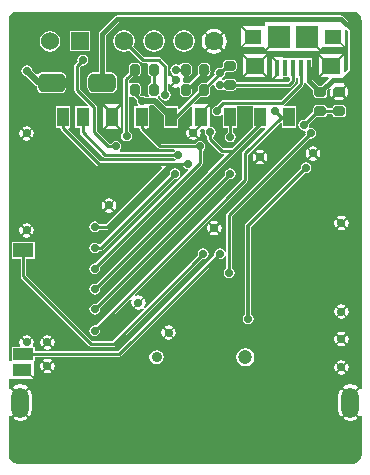
<source format=gtl>
G04 Layer_Physical_Order=1*
G04 Layer_Color=255*
%FSLAX44Y44*%
%MOMM*%
G71*
G01*
G75*
%ADD10R,1.0000X1.6000*%
%ADD11R,1.7500X1.2000*%
%ADD12R,1.7500X1.0000*%
%ADD13R,1.5500X1.0000*%
G04:AMPARAMS|DCode=14|XSize=0.95mm|YSize=0.8mm|CornerRadius=0.2mm|HoleSize=0mm|Usage=FLASHONLY|Rotation=90.000|XOffset=0mm|YOffset=0mm|HoleType=Round|Shape=RoundedRectangle|*
%AMROUNDEDRECTD14*
21,1,0.9500,0.4000,0,0,90.0*
21,1,0.5500,0.8000,0,0,90.0*
1,1,0.4000,0.2000,0.2750*
1,1,0.4000,0.2000,-0.2750*
1,1,0.4000,-0.2000,-0.2750*
1,1,0.4000,-0.2000,0.2750*
%
%ADD14ROUNDEDRECTD14*%
G04:AMPARAMS|DCode=15|XSize=0.95mm|YSize=0.8mm|CornerRadius=0.2mm|HoleSize=0mm|Usage=FLASHONLY|Rotation=0.000|XOffset=0mm|YOffset=0mm|HoleType=Round|Shape=RoundedRectangle|*
%AMROUNDEDRECTD15*
21,1,0.9500,0.4000,0,0,0.0*
21,1,0.5500,0.8000,0,0,0.0*
1,1,0.4000,0.2750,-0.2000*
1,1,0.4000,-0.2750,-0.2000*
1,1,0.4000,-0.2750,0.2000*
1,1,0.4000,0.2750,0.2000*
%
%ADD15ROUNDEDRECTD15*%
%ADD16R,1.6000X1.4000*%
%ADD17R,0.4000X1.4000*%
%ADD18R,1.4500X1.3000*%
%ADD19R,1.9000X1.9000*%
G04:AMPARAMS|DCode=20|XSize=2.3mm|YSize=1.55mm|CornerRadius=0.3875mm|HoleSize=0mm|Usage=FLASHONLY|Rotation=0.000|XOffset=0mm|YOffset=0mm|HoleType=Round|Shape=RoundedRectangle|*
%AMROUNDEDRECTD20*
21,1,2.3000,0.7750,0,0,0.0*
21,1,1.5250,1.5500,0,0,0.0*
1,1,0.7750,0.7625,-0.3875*
1,1,0.7750,-0.7625,-0.3875*
1,1,0.7750,-0.7625,0.3875*
1,1,0.7750,0.7625,0.3875*
%
%ADD20ROUNDEDRECTD20*%
%ADD21C,0.2500*%
%ADD22C,0.4000*%
%ADD23C,0.5000*%
%ADD24C,0.3000*%
%ADD25C,0.1800*%
%ADD26O,1.5000X2.6000*%
%ADD27R,1.5240X1.5240*%
%ADD28C,1.5240*%
%ADD29C,1.2000*%
%ADD30C,0.9000*%
%ADD31C,1.6000*%
%ADD32C,0.7000*%
G36*
X10000Y385043D02*
X293499D01*
X293500Y385043D01*
Y385043D01*
X294725Y384934D01*
X296438Y384593D01*
X298929Y382929D01*
X300593Y380438D01*
X300934Y378725D01*
X301043Y377500D01*
X301043D01*
X301043Y377500D01*
Y65575D01*
X299773Y65190D01*
X299248Y65975D01*
X292137Y58864D01*
X291500Y59500D01*
X290864Y58864D01*
X283752Y65976D01*
X282043Y63418D01*
X281264Y59500D01*
Y48500D01*
X282043Y44583D01*
X283752Y42025D01*
X290864Y49137D01*
X291500Y48500D01*
X292137Y49137D01*
X299248Y42025D01*
X299773Y42810D01*
X301043Y42425D01*
Y10000D01*
X301043Y10000D01*
X301043D01*
X300934Y8775D01*
X300593Y7062D01*
X298929Y4571D01*
X296438Y2907D01*
X293720Y2366D01*
X293500Y2457D01*
X10000D01*
X9780Y2366D01*
X7062Y2907D01*
X4571Y4571D01*
X2907Y7062D01*
X2366Y9780D01*
X2457Y10000D01*
Y42425D01*
X3727Y42810D01*
X4252Y42025D01*
X11364Y49137D01*
X12000Y48500D01*
X12636Y49137D01*
X19748Y42025D01*
X21458Y44583D01*
X22237Y48500D01*
Y59500D01*
X21458Y63418D01*
X19748Y65975D01*
X12636Y58864D01*
X12000Y59500D01*
X11364Y58864D01*
X4252Y65976D01*
X3727Y65190D01*
X2457Y65575D01*
Y73815D01*
X3460Y74460D01*
X3727Y74460D01*
X22767D01*
X15864Y81364D01*
X17136Y82636D01*
X24040Y75733D01*
Y89000D01*
X24500D01*
Y92564D01*
X96000D01*
X97722Y93278D01*
X180046Y175602D01*
X181000Y175412D01*
X182756Y175761D01*
X184244Y176756D01*
X185239Y178244D01*
X185295Y178524D01*
X186565Y178399D01*
Y167785D01*
X185756Y167244D01*
X184761Y165756D01*
X184412Y164000D01*
X184761Y162244D01*
X185756Y160756D01*
X187244Y159761D01*
X189000Y159412D01*
X190756Y159761D01*
X192244Y160756D01*
X193239Y162244D01*
X193588Y164000D01*
X193239Y165756D01*
X192244Y167244D01*
X191435Y167785D01*
Y211991D01*
X257046Y277602D01*
X258000Y277412D01*
X259756Y277761D01*
X261244Y278756D01*
X262239Y280244D01*
X262588Y282000D01*
X262239Y283756D01*
X261244Y285244D01*
X259756Y286239D01*
X258000Y286588D01*
X257225Y286434D01*
X256868Y286727D01*
X256298Y287544D01*
X256588Y288999D01*
X256398Y289954D01*
X262529Y296085D01*
X263250Y295941D01*
X268750D01*
X269921Y296174D01*
X270913Y296837D01*
X271576Y297830D01*
X271722Y298565D01*
X276278D01*
X276424Y297829D01*
X277087Y296837D01*
X278079Y296174D01*
X279250Y295941D01*
X284750D01*
X285921Y296174D01*
X286913Y296837D01*
X287576Y297829D01*
X287809Y299000D01*
Y303000D01*
X287576Y304170D01*
X286913Y305163D01*
X285921Y305826D01*
X284750Y306059D01*
X279250D01*
X278079Y305826D01*
X277087Y305163D01*
X276424Y304170D01*
X276278Y303435D01*
X271722D01*
X271576Y304171D01*
X270913Y305163D01*
X269921Y305826D01*
X268750Y306059D01*
X263250D01*
X262080Y305826D01*
X261087Y305163D01*
X260424Y304171D01*
X260191Y303000D01*
Y300635D01*
X252954Y293398D01*
X251999Y293588D01*
X250244Y293238D01*
X248755Y292244D01*
X247761Y290755D01*
X247411Y288999D01*
X247761Y287244D01*
X248755Y285755D01*
X250244Y284760D01*
X251999Y284411D01*
X252775Y284565D01*
X253131Y284273D01*
X253701Y283455D01*
X253412Y282000D01*
X253602Y281046D01*
X187278Y214722D01*
X186565Y213000D01*
Y181601D01*
X185295Y181476D01*
X185239Y181756D01*
X184244Y183244D01*
X182756Y184239D01*
X181000Y184588D01*
X179244Y184239D01*
X177756Y183244D01*
X176761Y181756D01*
X176412Y180000D01*
X176602Y179046D01*
X94991Y97435D01*
X24500D01*
Y101000D01*
X23438D01*
X22840Y102120D01*
X23189Y102643D01*
X23658Y105000D01*
X23189Y107357D01*
X22364Y108592D01*
X18136Y104364D01*
X17500Y105000D01*
X16864Y104364D01*
X12636Y108592D01*
X11810Y107357D01*
X11342Y105000D01*
X11810Y102643D01*
X12160Y102120D01*
X11561Y101000D01*
X5000D01*
Y89540D01*
X3727D01*
X3460Y89540D01*
X2457Y90185D01*
Y377500D01*
X2366Y377720D01*
X2907Y380438D01*
X4571Y382929D01*
X7062Y384593D01*
X9781Y385134D01*
X10000Y385043D01*
D02*
G37*
%LPC*%
G36*
X283500Y382059D02*
X283500Y382059D01*
X94000D01*
X94000Y382059D01*
X92830Y381826D01*
X91837Y381163D01*
X91837Y381163D01*
X79337Y368663D01*
X78674Y367671D01*
X78441Y366500D01*
X78441Y366500D01*
Y333846D01*
X73875D01*
X71973Y333467D01*
X70360Y332390D01*
X69283Y330777D01*
X68904Y328875D01*
Y321125D01*
X69283Y319223D01*
X70360Y317610D01*
X71973Y316533D01*
X73875Y316155D01*
X89125D01*
X91027Y316533D01*
X92640Y317610D01*
X93717Y319223D01*
X94095Y321125D01*
Y328875D01*
X93717Y330777D01*
X92640Y332390D01*
X91027Y333467D01*
X89125Y333846D01*
X84559D01*
Y365233D01*
X95267Y375941D01*
X218960D01*
Y374136D01*
X218540Y373040D01*
X217690Y373040D01*
X200233D01*
X208636Y364636D01*
X208000Y364000D01*
X208636Y363363D01*
X200233Y354960D01*
X217690D01*
X218540Y354960D01*
X218960Y353864D01*
Y353233D01*
X230364Y364636D01*
X231636Y363363D01*
X220233Y351960D01*
X265767D01*
X254364Y363363D01*
X255637Y364636D01*
X267040Y353233D01*
Y353864D01*
X267460Y354960D01*
X285767D01*
X277363Y363363D01*
X278636Y364636D01*
X287040Y356233D01*
Y369475D01*
X288213Y369961D01*
X289441Y368733D01*
Y336267D01*
X286963Y333789D01*
X285790Y334275D01*
Y347767D01*
X276886Y338864D01*
X275613Y340136D01*
X284517Y349040D01*
X265982D01*
X274886Y340136D01*
X274250Y339500D01*
X274886Y338864D01*
X265982Y329960D01*
X272838D01*
X273364Y328690D01*
X266733Y322059D01*
X265267D01*
X259309Y328017D01*
Y337500D01*
X259250Y337795D01*
Y345500D01*
X254020D01*
X253250Y345500D01*
X251980Y345500D01*
X247270D01*
X246000Y345500D01*
X245480Y345500D01*
X240520D01*
X239250Y345500D01*
X238730Y345500D01*
X234290D01*
Y347040D01*
X226483D01*
X230386Y343136D01*
X229113Y341864D01*
X225210Y345767D01*
Y329233D01*
X229113Y333136D01*
X230386Y331864D01*
X226483Y327960D01*
X234290D01*
Y329500D01*
X239667Y329500D01*
X240565Y328602D01*
Y327009D01*
X238991Y325435D01*
X195272D01*
X195076Y326421D01*
X194413Y327413D01*
X193420Y328076D01*
X192250Y328309D01*
X186750D01*
X185579Y328076D01*
X184587Y327413D01*
X184440Y327193D01*
X183294Y326965D01*
X182574Y327430D01*
X182756Y328760D01*
X184244Y329755D01*
X185238Y331244D01*
X185588Y332999D01*
X185544Y333218D01*
X186556Y334230D01*
X186750Y334191D01*
X192250D01*
X193420Y334424D01*
X194413Y335087D01*
X195076Y336080D01*
X195309Y337250D01*
Y341250D01*
X195076Y342421D01*
X194413Y343413D01*
X193420Y344076D01*
X192250Y344309D01*
X186750D01*
X185579Y344076D01*
X184587Y343413D01*
X183924Y342421D01*
X183691Y341250D01*
Y338961D01*
X182099Y337369D01*
X181000Y337588D01*
X179244Y337238D01*
X177755Y336244D01*
X176761Y334755D01*
X176411Y332999D01*
X176630Y331900D01*
X169539Y324809D01*
X166000D01*
X164829Y324576D01*
X163837Y323913D01*
X163174Y322920D01*
X162941Y321750D01*
Y318385D01*
X146923Y302367D01*
X145750Y302853D01*
Y305000D01*
X135797D01*
X129023Y311773D01*
X128616Y312046D01*
X128604Y313337D01*
X129333Y313858D01*
X130601Y313460D01*
X130761Y312656D01*
X131756Y311168D01*
X133244Y310173D01*
X135000Y309824D01*
X136756Y310173D01*
X138244Y311168D01*
X139239Y312656D01*
X139588Y314412D01*
X139239Y316168D01*
X138244Y317656D01*
X137435Y318197D01*
Y323667D01*
X138705Y324052D01*
X139136Y323408D01*
X142727Y327000D01*
X139136Y330592D01*
X138705Y329948D01*
X137435Y330333D01*
Y338175D01*
X136722Y339897D01*
X130897Y345722D01*
X129174Y346436D01*
X117009D01*
X107868Y355576D01*
X108478Y356488D01*
X109177Y360000D01*
X108478Y363512D01*
X106489Y366489D01*
X103512Y368478D01*
X100000Y369176D01*
X96489Y368478D01*
X93511Y366489D01*
X91522Y363512D01*
X90824Y360000D01*
X91522Y356488D01*
X93511Y353511D01*
X96489Y351522D01*
X100000Y350824D01*
X103512Y351522D01*
X104424Y352132D01*
X114278Y342278D01*
X116000Y341565D01*
X119745D01*
X120424Y340295D01*
X120174Y339921D01*
X119941Y338750D01*
Y333250D01*
X120174Y332080D01*
X120837Y331087D01*
X121829Y330424D01*
X122564Y330278D01*
Y324722D01*
X121830Y324576D01*
X120837Y323913D01*
X120174Y322921D01*
X119941Y321750D01*
Y316250D01*
X120174Y315079D01*
X120837Y314087D01*
X120450Y312819D01*
X118259D01*
X117256Y313489D01*
X115500Y313838D01*
X114546Y313648D01*
X113541Y314653D01*
X113826Y315079D01*
X114059Y316250D01*
Y321750D01*
X113826Y322921D01*
X113163Y323913D01*
X112171Y324576D01*
X111000Y324809D01*
X107000D01*
X105830Y324576D01*
X105456Y324326D01*
X104185Y325005D01*
Y326742D01*
X107635Y330191D01*
X111000D01*
X112170Y330424D01*
X113163Y331087D01*
X113826Y332080D01*
X114059Y333250D01*
Y338750D01*
X113826Y339921D01*
X113163Y340913D01*
X112170Y341576D01*
X111000Y341809D01*
X107000D01*
X105829Y341576D01*
X104837Y340913D01*
X104174Y339921D01*
X103941Y338750D01*
Y333386D01*
X100028Y329473D01*
X99315Y327751D01*
Y283618D01*
X98756Y283244D01*
X97761Y281756D01*
X97412Y280000D01*
X97761Y278244D01*
X98756Y276756D01*
X100244Y275761D01*
X102000Y275412D01*
X103756Y275761D01*
X105244Y276756D01*
X106239Y278244D01*
X106588Y280000D01*
X106239Y281756D01*
X105244Y283244D01*
X104185Y283952D01*
Y312995D01*
X105456Y313674D01*
X105830Y313424D01*
X107000Y313191D01*
X108115D01*
X111102Y310204D01*
X110912Y309250D01*
X111261Y307494D01*
X112079Y306270D01*
X111762Y305334D01*
X111516Y305000D01*
X108750D01*
Y287000D01*
X112315D01*
Y286250D01*
X113028Y284528D01*
X128279Y269277D01*
X130001Y268564D01*
X130002Y268565D01*
X142317D01*
X142736Y267415D01*
X142019Y266435D01*
X96553D01*
X96168Y267705D01*
X96244Y267756D01*
X97239Y269244D01*
X97588Y271000D01*
X97239Y272756D01*
X96244Y274244D01*
X94756Y275239D01*
X93000Y275588D01*
X91244Y275239D01*
X89756Y274244D01*
X89215Y273435D01*
X87759D01*
X76871Y284323D01*
Y304565D01*
X76157Y306287D01*
X62435Y320009D01*
Y337991D01*
X64046Y339602D01*
X65000Y339412D01*
X66756Y339761D01*
X68244Y340756D01*
X69239Y342244D01*
X69588Y344000D01*
X69239Y345756D01*
X68244Y347244D01*
X66756Y348239D01*
X65000Y348588D01*
X63244Y348239D01*
X61756Y347244D01*
X60761Y345756D01*
X60412Y344000D01*
X60602Y343046D01*
X58278Y340722D01*
X57565Y339000D01*
Y319000D01*
X58278Y317278D01*
X69383Y306173D01*
X68896Y305000D01*
X58750D01*
Y287000D01*
X62314D01*
Y283250D01*
X63028Y281528D01*
X82278Y262277D01*
X84001Y261564D01*
X142215D01*
X142755Y260755D01*
X143578Y260205D01*
X143193Y258935D01*
X79509D01*
X52617Y285827D01*
X53103Y287000D01*
X54250D01*
Y305000D01*
X42250D01*
Y287000D01*
X45815D01*
Y286750D01*
X46528Y285028D01*
X76778Y254778D01*
X78500Y254065D01*
X131461D01*
X131947Y252891D01*
X84491Y205435D01*
X78785D01*
X78244Y206244D01*
X76756Y207239D01*
X75000Y207588D01*
X73244Y207239D01*
X71756Y206244D01*
X70761Y204756D01*
X70412Y203000D01*
X70761Y201244D01*
X71756Y199756D01*
X73244Y198761D01*
X75000Y198412D01*
X76756Y198761D01*
X78244Y199756D01*
X78785Y200565D01*
X85500D01*
X87222Y201278D01*
X140009Y254065D01*
X150215D01*
X150756Y253256D01*
X152244Y252261D01*
X153764Y251959D01*
X154143Y251260D01*
X154273Y250671D01*
X75576Y171974D01*
X75000Y172088D01*
X73244Y171739D01*
X71756Y170744D01*
X70761Y169256D01*
X70412Y167500D01*
X70761Y165744D01*
X71756Y164256D01*
X73244Y163261D01*
X75000Y162912D01*
X76756Y163261D01*
X78244Y164256D01*
X79239Y165744D01*
X79588Y167500D01*
X79323Y168833D01*
X165722Y255232D01*
X166435Y256954D01*
Y267215D01*
X167244Y267756D01*
X168239Y269244D01*
X168588Y271000D01*
X168239Y272756D01*
X167244Y274244D01*
X165756Y275239D01*
X164000Y275588D01*
X162244Y275239D01*
X160756Y274244D01*
X160215Y273435D01*
X131009D01*
X118617Y285827D01*
X119103Y287000D01*
X120750D01*
Y305000D01*
X121738Y305681D01*
X125022D01*
X133750Y296953D01*
Y287000D01*
X145750D01*
Y294306D01*
X156037Y304593D01*
X157210Y304107D01*
Y288438D01*
X156189Y288235D01*
X154954Y287410D01*
X159182Y283182D01*
X163410Y278954D01*
X164235Y280189D01*
X164704Y282546D01*
X164377Y284190D01*
X165247Y285422D01*
X165320Y285460D01*
X167821D01*
X168649Y284190D01*
X168412Y283000D01*
X168761Y281244D01*
X169756Y279756D01*
X170565Y279215D01*
Y277000D01*
X171278Y275278D01*
X181278Y265278D01*
X183000Y264565D01*
X184461D01*
X184947Y263391D01*
X171279Y249723D01*
X171278Y249722D01*
X75954Y154398D01*
X75000Y154588D01*
X73244Y154239D01*
X71755Y153244D01*
X70761Y151756D01*
X70412Y150000D01*
X70761Y148244D01*
X71755Y146756D01*
X73244Y145761D01*
X75000Y145412D01*
X76756Y145761D01*
X78244Y146756D01*
X79239Y148244D01*
X79588Y150000D01*
X79398Y150955D01*
X174722Y246278D01*
X174722Y246278D01*
X193722Y265278D01*
X215444Y287000D01*
X219260D01*
X219786Y285730D01*
X200778Y266722D01*
X200065Y265000D01*
Y243509D01*
X75954Y119398D01*
X75000Y119588D01*
X73244Y119239D01*
X71755Y118244D01*
X70761Y116756D01*
X70412Y115000D01*
X70761Y113244D01*
X71755Y111756D01*
X73244Y110761D01*
X75000Y110412D01*
X76756Y110761D01*
X78244Y111756D01*
X79239Y113244D01*
X79588Y115000D01*
X79398Y115954D01*
X105297Y141853D01*
X106311Y141084D01*
X105842Y138727D01*
X106311Y136370D01*
X107136Y135136D01*
X111364Y139364D01*
X115592Y143592D01*
X114357Y144417D01*
X112000Y144886D01*
X109643Y144417D01*
X108875Y145431D01*
X204222Y240778D01*
X204935Y242500D01*
Y263991D01*
X232577Y291633D01*
X233750Y291147D01*
Y287000D01*
X245750D01*
Y305000D01*
X236104D01*
X236020Y305136D01*
X235714Y306270D01*
X251472Y322028D01*
X252185Y323750D01*
Y325288D01*
X253360Y325553D01*
X253455Y325533D01*
X254087Y324587D01*
X260191Y318483D01*
Y315000D01*
X260424Y313830D01*
X261087Y312837D01*
X262080Y312174D01*
X263250Y311941D01*
X268750D01*
X269921Y312174D01*
X270913Y312837D01*
X271576Y313830D01*
X271809Y315000D01*
Y318483D01*
X273575Y320249D01*
X274745Y319623D01*
X274621Y319000D01*
Y315000D01*
X274973Y313228D01*
X275467Y312490D01*
X280613Y317636D01*
X281886Y316364D01*
X276740Y311217D01*
X277479Y310723D01*
X279250Y310371D01*
X284750D01*
X286521Y310723D01*
X287260Y311217D01*
X282113Y316364D01*
X282750Y317000D01*
X282113Y317636D01*
X287260Y322783D01*
X286521Y323276D01*
X286088Y323363D01*
Y324658D01*
X286171Y324674D01*
X287163Y325337D01*
X294663Y332837D01*
X294663Y332837D01*
X295326Y333829D01*
X295559Y335000D01*
Y370000D01*
X295559Y370000D01*
X295326Y371171D01*
X294663Y372163D01*
X294663Y372163D01*
X285663Y381163D01*
X284671Y381826D01*
X283500Y382059D01*
D02*
G37*
G36*
X176200Y370631D02*
X173449Y370269D01*
X170885Y369207D01*
X169403Y368070D01*
X176200Y361273D01*
X182997Y368070D01*
X181516Y369207D01*
X178952Y370269D01*
X176200Y370631D01*
D02*
G37*
G36*
X198960Y371767D02*
Y356233D01*
X206727Y364000D01*
X198960Y371767D01*
D02*
G37*
G36*
X184270Y366797D02*
X177473Y360000D01*
X184270Y353203D01*
X185407Y354685D01*
X186469Y357249D01*
X186831Y360000D01*
X186469Y362752D01*
X185407Y365316D01*
X184270Y366797D01*
D02*
G37*
G36*
X168130D02*
X166994Y365316D01*
X165931Y362752D01*
X165569Y360000D01*
X165931Y357249D01*
X166994Y354685D01*
X168130Y353203D01*
X174927Y360000D01*
X168130Y366797D01*
D02*
G37*
G36*
X71320Y368620D02*
X54080D01*
Y351380D01*
X71320D01*
Y368620D01*
D02*
G37*
G36*
X37300Y368789D02*
X33937Y368120D01*
X31086Y366215D01*
X29180Y363363D01*
X28511Y360000D01*
X29180Y356637D01*
X31086Y353785D01*
X33937Y351880D01*
X37300Y351211D01*
X40663Y351880D01*
X43515Y353785D01*
X45420Y356637D01*
X46089Y360000D01*
X45420Y363363D01*
X43515Y366215D01*
X40663Y368120D01*
X37300Y368789D01*
D02*
G37*
G36*
X150800Y369176D02*
X147289Y368478D01*
X144312Y366489D01*
X142322Y363512D01*
X141624Y360000D01*
X142322Y356488D01*
X144312Y353511D01*
X147289Y351522D01*
X150800Y350824D01*
X154312Y351522D01*
X157289Y353511D01*
X159278Y356488D01*
X159977Y360000D01*
X159278Y363512D01*
X157289Y366489D01*
X154312Y368478D01*
X150800Y369176D01*
D02*
G37*
G36*
X125400D02*
X121889Y368478D01*
X118912Y366489D01*
X116922Y363512D01*
X116224Y360000D01*
X116922Y356488D01*
X118912Y353511D01*
X121889Y351522D01*
X125400Y350824D01*
X128912Y351522D01*
X131889Y353511D01*
X133878Y356488D01*
X134577Y360000D01*
X133878Y363512D01*
X131889Y366489D01*
X128912Y368478D01*
X125400Y369176D01*
D02*
G37*
G36*
X176200Y358727D02*
X169403Y351930D01*
X170885Y350793D01*
X173449Y349731D01*
X176200Y349369D01*
X178952Y349731D01*
X181516Y350793D01*
X182997Y351930D01*
X176200Y358727D01*
D02*
G37*
G36*
X264710Y347767D02*
Y331233D01*
X272977Y339500D01*
X264710Y347767D01*
D02*
G37*
G36*
X200210Y347767D02*
Y331233D01*
X208477Y339500D01*
X200210Y347767D01*
D02*
G37*
G36*
X221290Y347767D02*
X213023Y339500D01*
X221290Y331233D01*
Y347767D01*
D02*
G37*
G36*
X220017Y349040D02*
X201483D01*
X210387Y340136D01*
X209750Y339500D01*
X210387Y338864D01*
X201483Y329960D01*
X220017D01*
X211114Y338864D01*
X211750Y339500D01*
X211114Y340136D01*
X220017Y349040D01*
D02*
G37*
G36*
X170000Y341809D02*
X166000D01*
X164829Y341576D01*
X163837Y340913D01*
X163174Y339921D01*
X162941Y338750D01*
Y333250D01*
X163113Y332383D01*
X155252Y324521D01*
X155170Y324576D01*
X154000Y324809D01*
X151017D01*
X149973Y326068D01*
X150158Y327000D01*
X149770Y328950D01*
X149795Y329080D01*
X150383Y329953D01*
X150659Y330191D01*
X154000D01*
X155170Y330424D01*
X156163Y331087D01*
X156826Y332080D01*
X157059Y333250D01*
Y338750D01*
X156826Y339921D01*
X156163Y340913D01*
X155170Y341576D01*
X154000Y341809D01*
X150000D01*
X148829Y341576D01*
X147837Y340913D01*
X147512Y340426D01*
X146122Y339971D01*
X145891Y339981D01*
X145506Y340239D01*
X143750Y340588D01*
X141994Y340239D01*
X140506Y339244D01*
X139511Y337756D01*
X139162Y336000D01*
X139511Y334244D01*
X140182Y333240D01*
X140106Y332167D01*
X144636Y327636D01*
X144000Y327000D01*
X144636Y326364D01*
X140408Y322136D01*
X141643Y321311D01*
X144000Y320842D01*
X145671Y321174D01*
X146941Y320290D01*
Y316250D01*
X147174Y315079D01*
X147837Y314087D01*
X148829Y313424D01*
X150000Y313191D01*
X154000D01*
X155170Y313424D01*
X156163Y314087D01*
X156826Y315079D01*
X157059Y316250D01*
Y319440D01*
X167810Y330191D01*
X170000D01*
X171170Y330424D01*
X172163Y331087D01*
X172826Y332080D01*
X173059Y333250D01*
Y334091D01*
X173435Y335000D01*
X173059Y335909D01*
Y338750D01*
X172826Y339921D01*
X172163Y340913D01*
X171170Y341576D01*
X170000Y341809D01*
D02*
G37*
G36*
X17500Y339588D02*
X15744Y339239D01*
X14256Y338244D01*
X13261Y336756D01*
X12912Y335000D01*
X13261Y333244D01*
X14256Y331756D01*
X15744Y330761D01*
X16928Y330526D01*
X24977Y322477D01*
X25905Y321856D01*
Y321125D01*
X26283Y319223D01*
X27361Y317610D01*
X28973Y316533D01*
X30875Y316155D01*
X46125D01*
X48027Y316533D01*
X49640Y317610D01*
X50717Y319223D01*
X51096Y321125D01*
Y328875D01*
X50717Y330777D01*
X49640Y332390D01*
X48027Y333467D01*
X46125Y333846D01*
X30875D01*
X28973Y333467D01*
X27361Y332390D01*
X27034Y331901D01*
X25770Y331777D01*
X21974Y335572D01*
X21739Y336756D01*
X20744Y338244D01*
X19256Y339239D01*
X17500Y339588D01*
D02*
G37*
G36*
X288533Y321510D02*
X284023Y317000D01*
X288533Y312490D01*
X289027Y313228D01*
X289379Y315000D01*
Y319000D01*
X289027Y320771D01*
X288533Y321510D01*
D02*
G37*
G36*
X96017Y306540D02*
X83483D01*
X89750Y300273D01*
X96017Y306540D01*
D02*
G37*
G36*
X82210Y305267D02*
Y286733D01*
X89114Y293636D01*
X89750Y293000D01*
X90386Y293636D01*
X97290Y286733D01*
Y305267D01*
X90386Y298364D01*
X89750Y299000D01*
X89114Y298364D01*
X82210Y305267D01*
D02*
G37*
G36*
X89750Y291727D02*
X83483Y285460D01*
X96017D01*
X89750Y291727D01*
D02*
G37*
G36*
X17500Y288158D02*
X15143Y287689D01*
X13908Y286864D01*
X17500Y283273D01*
X21092Y286864D01*
X19857Y287689D01*
X17500Y288158D01*
D02*
G37*
G36*
X153681Y286137D02*
X152856Y284902D01*
X152387Y282546D01*
X152856Y280189D01*
X153681Y278954D01*
X157273Y282546D01*
X153681Y286137D01*
D02*
G37*
G36*
X22364Y285592D02*
X18773Y282000D01*
X22364Y278408D01*
X23189Y279643D01*
X23658Y282000D01*
X23189Y284357D01*
X22364Y285592D01*
D02*
G37*
G36*
X12636Y285592D02*
X11810Y284357D01*
X11342Y282000D01*
X11810Y279643D01*
X12636Y278408D01*
X16227Y282000D01*
X12636Y285592D01*
D02*
G37*
G36*
X158546Y281273D02*
X154954Y277681D01*
X156189Y276856D01*
X158546Y276387D01*
X160902Y276856D01*
X162137Y277681D01*
X158546Y281273D01*
D02*
G37*
G36*
X17500Y280727D02*
X13908Y277136D01*
X15143Y276310D01*
X17500Y275842D01*
X19857Y276310D01*
X21092Y277136D01*
X17500Y280727D01*
D02*
G37*
G36*
X260000Y271158D02*
X257643Y270690D01*
X256408Y269864D01*
X260000Y266273D01*
X263592Y269864D01*
X262357Y270690D01*
X260000Y271158D01*
D02*
G37*
G36*
X215000Y268158D02*
X212643Y267690D01*
X211408Y266864D01*
X215000Y263273D01*
X218592Y266864D01*
X217357Y267690D01*
X215000Y268158D01*
D02*
G37*
G36*
X264864Y268592D02*
X261273Y265000D01*
X264864Y261408D01*
X265690Y262643D01*
X266158Y265000D01*
X265690Y267357D01*
X264864Y268592D01*
D02*
G37*
G36*
X255136Y268592D02*
X254310Y267357D01*
X253842Y265000D01*
X254310Y262643D01*
X255136Y261408D01*
X258727Y265000D01*
X255136Y268592D01*
D02*
G37*
G36*
X260000Y263727D02*
X256408Y260136D01*
X257643Y259310D01*
X260000Y258842D01*
X262357Y259310D01*
X263592Y260136D01*
X260000Y263727D01*
D02*
G37*
G36*
X219864Y265592D02*
X216273Y262000D01*
X219864Y258408D01*
X220690Y259643D01*
X221158Y262000D01*
X220690Y264357D01*
X219864Y265592D01*
D02*
G37*
G36*
X210136Y265592D02*
X209310Y264357D01*
X208842Y262000D01*
X209310Y259643D01*
X210136Y258408D01*
X213727Y262000D01*
X210136Y265592D01*
D02*
G37*
G36*
X215000Y260727D02*
X211408Y257136D01*
X212643Y256311D01*
X215000Y255842D01*
X217357Y256311D01*
X218592Y257136D01*
X215000Y260727D01*
D02*
G37*
G36*
X254000Y257599D02*
X252244Y257250D01*
X250756Y256255D01*
X249761Y254767D01*
X249412Y253011D01*
X249575Y252191D01*
X203198Y205813D01*
X202645Y204986D01*
X202451Y204011D01*
Y128709D01*
X201756Y128244D01*
X200761Y126756D01*
X200412Y125000D01*
X200761Y123244D01*
X201756Y121756D01*
X203244Y120761D01*
X205000Y120412D01*
X206756Y120761D01*
X208244Y121756D01*
X209239Y123244D01*
X209588Y125000D01*
X209239Y126756D01*
X208244Y128244D01*
X207549Y128709D01*
Y202955D01*
X253180Y248586D01*
X254000Y248423D01*
X255756Y248772D01*
X257244Y249767D01*
X258239Y251255D01*
X258588Y253011D01*
X258239Y254767D01*
X257244Y256255D01*
X255756Y257250D01*
X254000Y257599D01*
D02*
G37*
G36*
X143000Y252588D02*
X141244Y252239D01*
X139756Y251244D01*
X138761Y249756D01*
X138412Y248000D01*
X138602Y247046D01*
X79783Y188227D01*
X78244Y188244D01*
X76756Y189239D01*
X75000Y189588D01*
X73244Y189239D01*
X71755Y188244D01*
X70761Y186756D01*
X70412Y185000D01*
X70761Y183244D01*
X71755Y181756D01*
X73244Y180761D01*
X75000Y180412D01*
X76756Y180761D01*
X78244Y181756D01*
X78785Y182565D01*
X80000D01*
X81722Y183278D01*
X142046Y243602D01*
X143000Y243412D01*
X144756Y243761D01*
X146244Y244756D01*
X147239Y246244D01*
X147588Y248000D01*
X147239Y249756D01*
X146244Y251244D01*
X144756Y252239D01*
X143000Y252588D01*
D02*
G37*
G36*
X190000Y252588D02*
X188244Y252239D01*
X186756Y251244D01*
X185761Y249756D01*
X185412Y248000D01*
X185602Y247046D01*
X75954Y137398D01*
X75000Y137588D01*
X73244Y137239D01*
X71756Y136244D01*
X70761Y134756D01*
X70412Y133000D01*
X70761Y131244D01*
X71756Y129756D01*
X73244Y128761D01*
X75000Y128412D01*
X76756Y128761D01*
X78244Y129756D01*
X79239Y131244D01*
X79588Y133000D01*
X79398Y133954D01*
X189046Y243602D01*
X190000Y243412D01*
X191756Y243761D01*
X193244Y244756D01*
X194239Y246244D01*
X194588Y248000D01*
X194239Y249756D01*
X193244Y251244D01*
X191756Y252239D01*
X190000Y252588D01*
D02*
G37*
G36*
X87000Y227158D02*
X84643Y226689D01*
X83408Y225864D01*
X87000Y222273D01*
X90592Y225864D01*
X89357Y226689D01*
X87000Y227158D01*
D02*
G37*
G36*
X91864Y224592D02*
X88273Y221000D01*
X91864Y217408D01*
X92690Y218643D01*
X93158Y221000D01*
X92690Y223357D01*
X91864Y224592D01*
D02*
G37*
G36*
X82136Y224592D02*
X81311Y223357D01*
X80842Y221000D01*
X81311Y218643D01*
X82136Y217408D01*
X85727Y221000D01*
X82136Y224592D01*
D02*
G37*
G36*
X87000Y219727D02*
X83408Y216136D01*
X84643Y215310D01*
X87000Y214842D01*
X89357Y215310D01*
X90592Y216136D01*
X87000Y219727D01*
D02*
G37*
G36*
X284000Y212158D02*
X281643Y211689D01*
X280408Y210864D01*
X284000Y207273D01*
X287592Y210864D01*
X286357Y211689D01*
X284000Y212158D01*
D02*
G37*
G36*
X176273Y208158D02*
X173916Y207690D01*
X172681Y206864D01*
X176273Y203273D01*
X179864Y206864D01*
X178629Y207690D01*
X176273Y208158D01*
D02*
G37*
G36*
X288864Y209592D02*
X285273Y206000D01*
X288864Y202408D01*
X289690Y203643D01*
X290158Y206000D01*
X289690Y208357D01*
X288864Y209592D01*
D02*
G37*
G36*
X279136Y209592D02*
X278310Y208357D01*
X277842Y206000D01*
X278310Y203643D01*
X279136Y202408D01*
X282727Y206000D01*
X279136Y209592D01*
D02*
G37*
G36*
X17500Y206158D02*
X15143Y205690D01*
X13908Y204864D01*
X17500Y201273D01*
X21092Y204864D01*
X19857Y205690D01*
X17500Y206158D01*
D02*
G37*
G36*
X284000Y204727D02*
X280408Y201136D01*
X281643Y200310D01*
X284000Y199842D01*
X286357Y200310D01*
X287592Y201136D01*
X284000Y204727D01*
D02*
G37*
G36*
X181137Y205592D02*
X177546Y202000D01*
X181137Y198408D01*
X181962Y199643D01*
X182431Y202000D01*
X181962Y204357D01*
X181137Y205592D01*
D02*
G37*
G36*
X171408Y205592D02*
X170583Y204357D01*
X170114Y202000D01*
X170583Y199643D01*
X171408Y198408D01*
X175000Y202000D01*
X171408Y205592D01*
D02*
G37*
G36*
X22364Y203592D02*
X18773Y200000D01*
X22364Y196408D01*
X23189Y197643D01*
X23658Y200000D01*
X23189Y202357D01*
X22364Y203592D01*
D02*
G37*
G36*
X12636Y203592D02*
X11810Y202357D01*
X11342Y200000D01*
X11810Y197643D01*
X12636Y196408D01*
X16227Y200000D01*
X12636Y203592D01*
D02*
G37*
G36*
X176273Y200727D02*
X172681Y197136D01*
X173916Y196311D01*
X176273Y195842D01*
X178629Y196311D01*
X179864Y197136D01*
X176273Y200727D01*
D02*
G37*
G36*
X17500Y198727D02*
X13908Y195136D01*
X15143Y194310D01*
X17500Y193842D01*
X19857Y194310D01*
X21092Y195136D01*
X17500Y198727D01*
D02*
G37*
G36*
X24500Y190000D02*
X5000D01*
Y176000D01*
X12314D01*
Y161250D01*
X13028Y159528D01*
X70278Y102278D01*
X72000Y101565D01*
X91000D01*
X92722Y102278D01*
X166046Y175602D01*
X167000Y175412D01*
X168756Y175761D01*
X170244Y176756D01*
X171239Y178244D01*
X171588Y180000D01*
X171239Y181756D01*
X170244Y183244D01*
X168756Y184239D01*
X167000Y184588D01*
X165244Y184239D01*
X163756Y183244D01*
X162761Y181756D01*
X162412Y180000D01*
X162602Y179046D01*
X117788Y134233D01*
X116802Y135042D01*
X117690Y136370D01*
X118158Y138727D01*
X117690Y141084D01*
X116864Y142319D01*
X112636Y138091D01*
X108408Y133863D01*
X109643Y133038D01*
X112000Y132569D01*
X114357Y133038D01*
X115685Y133925D01*
X116495Y132939D01*
X89991Y106435D01*
X73009D01*
X17185Y162259D01*
Y176000D01*
X24500D01*
Y190000D01*
D02*
G37*
G36*
X284000Y137317D02*
X281643Y136848D01*
X280408Y136023D01*
X284000Y132431D01*
X287592Y136023D01*
X286357Y136848D01*
X284000Y137317D01*
D02*
G37*
G36*
X288864Y134750D02*
X285273Y131158D01*
X288864Y127567D01*
X289690Y128802D01*
X290158Y131158D01*
X289690Y133515D01*
X288864Y134750D01*
D02*
G37*
G36*
X279136Y134750D02*
X278310Y133515D01*
X277842Y131158D01*
X278310Y128802D01*
X279136Y127567D01*
X282727Y131158D01*
X279136Y134750D01*
D02*
G37*
G36*
X284000Y129886D02*
X280408Y126294D01*
X281643Y125469D01*
X284000Y125000D01*
X286357Y125469D01*
X287592Y126294D01*
X284000Y129886D01*
D02*
G37*
G36*
X137681Y119567D02*
X135324Y119098D01*
X134090Y118273D01*
X137681Y114681D01*
X141273Y118273D01*
X140038Y119098D01*
X137681Y119567D01*
D02*
G37*
G36*
X142546Y117000D02*
X138954Y113408D01*
X142546Y109817D01*
X143371Y111052D01*
X143840Y113408D01*
X143371Y115765D01*
X142546Y117000D01*
D02*
G37*
G36*
X132817Y117000D02*
X131992Y115765D01*
X131523Y113408D01*
X131992Y111052D01*
X132817Y109817D01*
X136408Y113408D01*
X132817Y117000D01*
D02*
G37*
G36*
X284000Y114158D02*
X281643Y113690D01*
X280408Y112864D01*
X284000Y109273D01*
X287592Y112864D01*
X286357Y113690D01*
X284000Y114158D01*
D02*
G37*
G36*
X137681Y112136D02*
X134090Y108544D01*
X135324Y107719D01*
X137681Y107250D01*
X140038Y107719D01*
X141273Y108544D01*
X137681Y112136D01*
D02*
G37*
G36*
X35000Y111158D02*
X32643Y110689D01*
X31408Y109864D01*
X35000Y106273D01*
X38592Y109864D01*
X37357Y110689D01*
X35000Y111158D01*
D02*
G37*
G36*
X17500D02*
X15143Y110689D01*
X13908Y109864D01*
X17500Y106273D01*
X21092Y109864D01*
X19857Y110689D01*
X17500Y111158D01*
D02*
G37*
G36*
X288864Y111592D02*
X285273Y108000D01*
X288864Y104408D01*
X289690Y105643D01*
X290158Y108000D01*
X289690Y110357D01*
X288864Y111592D01*
D02*
G37*
G36*
X279136Y111592D02*
X278310Y110357D01*
X277842Y108000D01*
X278310Y105643D01*
X279136Y104408D01*
X282727Y108000D01*
X279136Y111592D01*
D02*
G37*
G36*
X284000Y106727D02*
X280408Y103136D01*
X281643Y102310D01*
X284000Y101842D01*
X286357Y102310D01*
X287592Y103136D01*
X284000Y106727D01*
D02*
G37*
G36*
X39864Y108592D02*
X36273Y105000D01*
X39864Y101408D01*
X40690Y102643D01*
X41158Y105000D01*
X40690Y107357D01*
X39864Y108592D01*
D02*
G37*
G36*
X30136Y108592D02*
X29311Y107357D01*
X28842Y105000D01*
X29311Y102643D01*
X30136Y101408D01*
X33727Y105000D01*
X30136Y108592D01*
D02*
G37*
G36*
X35000Y103727D02*
X31408Y100136D01*
X32643Y99310D01*
X35000Y98842D01*
X37357Y99310D01*
X38592Y100136D01*
X35000Y103727D01*
D02*
G37*
G36*
X127500Y98617D02*
X125159Y98152D01*
X123174Y96826D01*
X121848Y94841D01*
X121382Y92500D01*
X121848Y90159D01*
X123174Y88174D01*
X125159Y86848D01*
X127500Y86382D01*
X129841Y86848D01*
X131826Y88174D01*
X133152Y90159D01*
X133617Y92500D01*
X133152Y94841D01*
X131826Y96826D01*
X129841Y98152D01*
X127500Y98617D01*
D02*
G37*
G36*
X35000Y91158D02*
X32643Y90690D01*
X31408Y89864D01*
X35000Y86273D01*
X38592Y89864D01*
X37357Y90690D01*
X35000Y91158D01*
D02*
G37*
G36*
X284000Y90000D02*
X281643Y89531D01*
X280408Y88706D01*
X284000Y85114D01*
X287592Y88706D01*
X286357Y89531D01*
X284000Y90000D01*
D02*
G37*
G36*
X202500Y100147D02*
X199574Y99565D01*
X197093Y97907D01*
X195435Y95426D01*
X194853Y92500D01*
X195435Y89573D01*
X197093Y87093D01*
X199574Y85435D01*
X202500Y84853D01*
X205426Y85435D01*
X207907Y87093D01*
X209565Y89573D01*
X210147Y92500D01*
X209565Y95426D01*
X207907Y97907D01*
X205426Y99565D01*
X202500Y100147D01*
D02*
G37*
G36*
X39864Y88592D02*
X36273Y85000D01*
X39864Y81408D01*
X40690Y82643D01*
X41158Y85000D01*
X40690Y87357D01*
X39864Y88592D01*
D02*
G37*
G36*
X30136Y88592D02*
X29311Y87357D01*
X28842Y85000D01*
X29311Y82643D01*
X30136Y81408D01*
X33727Y85000D01*
X30136Y88592D01*
D02*
G37*
G36*
X288864Y87433D02*
X285273Y83842D01*
X288864Y80250D01*
X289690Y81485D01*
X290158Y83842D01*
X289690Y86198D01*
X288864Y87433D01*
D02*
G37*
G36*
X279136Y87433D02*
X278310Y86198D01*
X277842Y83842D01*
X278310Y81485D01*
X279136Y80250D01*
X282727Y83842D01*
X279136Y87433D01*
D02*
G37*
G36*
X35000Y83727D02*
X31408Y80136D01*
X32643Y79310D01*
X35000Y78842D01*
X37357Y79310D01*
X38592Y80136D01*
X35000Y83727D01*
D02*
G37*
G36*
X284000Y82569D02*
X280408Y78977D01*
X281643Y78152D01*
X284000Y77683D01*
X286357Y78152D01*
X287592Y78977D01*
X284000Y82569D01*
D02*
G37*
G36*
X291500Y69737D02*
X287583Y68958D01*
X285025Y67248D01*
X291500Y60773D01*
X297976Y67248D01*
X295418Y68958D01*
X291500Y69737D01*
D02*
G37*
G36*
X12000D02*
X8083Y68958D01*
X5525Y67248D01*
X12000Y60773D01*
X18476Y67248D01*
X15918Y68958D01*
X12000Y69737D01*
D02*
G37*
G36*
X291500Y47227D02*
X285025Y40752D01*
X287583Y39043D01*
X291500Y38263D01*
X295418Y39043D01*
X297976Y40752D01*
X291500Y47227D01*
D02*
G37*
G36*
X12000D02*
X5525Y40752D01*
X8083Y39043D01*
X12000Y38263D01*
X15918Y39043D01*
X18476Y40752D01*
X12000Y47227D01*
D02*
G37*
%LPD*%
G36*
X246416Y329500D02*
X247314Y328602D01*
Y324758D01*
X232741Y310185D01*
X183904D01*
X182181Y309472D01*
X178122Y305413D01*
X177244Y305238D01*
X175755Y304244D01*
X174761Y302755D01*
X174412Y300999D01*
X174761Y299244D01*
X175755Y297755D01*
X177244Y296761D01*
X179000Y296411D01*
X180755Y296761D01*
X182244Y297755D01*
X182480Y298108D01*
X183750Y297723D01*
Y287000D01*
X187565D01*
Y282785D01*
X186756Y282244D01*
X185761Y280756D01*
X185412Y279000D01*
X185761Y277244D01*
X186756Y275756D01*
X188244Y274761D01*
X190000Y274412D01*
X191756Y274761D01*
X193244Y275756D01*
X194239Y277244D01*
X194588Y279000D01*
X194239Y280756D01*
X193244Y282244D01*
X192435Y282785D01*
Y287000D01*
X195750D01*
Y305000D01*
X196889Y305315D01*
X207610D01*
X208750Y305000D01*
X208750Y304045D01*
Y287194D01*
X190991Y269435D01*
X184009D01*
X175435Y278009D01*
Y279215D01*
X176244Y279756D01*
X177239Y281244D01*
X177588Y283000D01*
X177239Y284756D01*
X176244Y286244D01*
X174756Y287239D01*
X173000Y287588D01*
X172290Y288171D01*
Y305267D01*
X165387Y298364D01*
X164114Y299636D01*
X171017Y306540D01*
X159643D01*
X159157Y307713D01*
X164862Y313418D01*
X166000Y313191D01*
X170000D01*
X171170Y313424D01*
X172163Y314087D01*
X172826Y315079D01*
X173059Y316250D01*
Y321440D01*
X175240Y323622D01*
X176411Y322999D01*
X176761Y321244D01*
X177755Y319755D01*
X179244Y318760D01*
X181000Y318411D01*
X182755Y318760D01*
X183552Y319293D01*
X184587Y319087D01*
X185579Y318424D01*
X186750Y318191D01*
X192250D01*
X193420Y318424D01*
X194413Y319087D01*
X195076Y320080D01*
X195172Y320564D01*
X239999D01*
X241721Y321277D01*
X244722Y324278D01*
X245435Y326000D01*
Y328602D01*
X246333Y329500D01*
X246416D01*
D02*
G37*
D10*
X48250Y296000D02*
D03*
X64750D02*
D03*
X89750D02*
D03*
X114750D02*
D03*
X239750D02*
D03*
X214750D02*
D03*
X189750D02*
D03*
X164750D02*
D03*
X139750D02*
D03*
D11*
X14750Y183000D02*
D03*
D12*
Y95000D02*
D03*
D13*
X13750Y82000D02*
D03*
D14*
X152000Y336000D02*
D03*
X168000D02*
D03*
X152000Y319000D02*
D03*
X168000D02*
D03*
X125000Y319000D02*
D03*
X109000Y319000D02*
D03*
X109000Y336000D02*
D03*
X125000Y336000D02*
D03*
D15*
X282000Y317000D02*
D03*
X282000Y301000D02*
D03*
X266000Y301000D02*
D03*
Y317000D02*
D03*
X189500Y339250D02*
D03*
Y323250D02*
D03*
D16*
X210750Y339500D02*
D03*
X275250D02*
D03*
D17*
X243000Y337500D02*
D03*
X249750D02*
D03*
X236250D02*
D03*
X256250D02*
D03*
X229750D02*
D03*
D18*
X208750Y364000D02*
D03*
X277250D02*
D03*
D19*
X255000D02*
D03*
X231000D02*
D03*
D20*
X38500Y325000D02*
D03*
X81500D02*
D03*
D21*
X74435Y283315D02*
X86750Y271000D01*
X74435Y283315D02*
Y304565D01*
X86750Y271000D02*
X93000D01*
X60000Y319000D02*
X74435Y304565D01*
X181000Y322999D02*
X239999D01*
X181000Y332825D02*
Y332999D01*
X189000Y213000D02*
X258000Y282000D01*
X75000Y115000D02*
X202500Y242500D01*
X164750Y296000D02*
Y296296D01*
X243000Y326000D02*
Y337500D01*
X183904Y307750D02*
X233750D01*
X249750Y323750D01*
Y337500D01*
X179000Y302846D02*
X183904Y307750D01*
X179000Y300999D02*
Y302846D01*
X80000Y185000D02*
X143000Y248000D01*
X75000Y185000D02*
X80000D01*
X78500Y256500D02*
X139000D01*
X85500Y203000D02*
X139000Y256500D01*
X75000Y203000D02*
X85500D01*
X48250Y286750D02*
X78500Y256500D01*
X48250Y286750D02*
Y296000D01*
X75000Y167500D02*
Y167954D01*
X64750Y283250D02*
Y296000D01*
X114750Y286250D02*
Y296000D01*
X228000Y301000D02*
X233000Y296000D01*
X239750D01*
X189750D02*
X190000Y295750D01*
X101750Y280250D02*
X102000Y280000D01*
X101750Y327751D02*
X109000Y335000D01*
X125000Y320000D02*
Y335000D01*
Y320000D02*
X125000Y320000D01*
X60000Y339000D02*
X65000Y344000D01*
X60000Y319000D02*
Y339000D01*
X239999Y322999D02*
X243000Y326000D01*
X139750Y296000D02*
X144000D01*
X14750Y161250D02*
X72000Y104000D01*
X14750Y161250D02*
Y183000D01*
Y95000D02*
X96000D01*
X202500Y242500D02*
Y265000D01*
X233500Y296000D01*
X239750D01*
X101750Y280250D02*
Y327751D01*
X143750Y336000D02*
X143750Y336000D01*
X152000D01*
X168174Y320000D02*
X181000Y332825D01*
X116000Y344000D02*
X129174D01*
X100000Y360000D02*
X116000Y344000D01*
X190000Y279000D02*
Y295750D01*
X75000Y133000D02*
X190000Y248000D01*
X75000Y150000D02*
X173000Y248000D01*
X173000D01*
X192000Y267000D01*
X173000Y277000D02*
Y283000D01*
Y277000D02*
X183000Y267000D01*
X192000D01*
X214750Y289750D01*
Y296000D01*
X139000Y256500D02*
X154000D01*
X114750Y286250D02*
X130001Y271000D01*
X130001Y271000D01*
X164000D01*
X75000Y167954D02*
X164000Y256954D01*
Y271000D01*
X64750Y283250D02*
X84001Y264000D01*
X146000D01*
X181000Y332825D02*
X186174Y338000D01*
X168000Y320000D02*
X168174D01*
X144000Y296000D02*
X168000Y320000D01*
X189000Y164000D02*
Y213000D01*
X96000Y95000D02*
X181000Y180000D01*
X266000Y301000D02*
X282000D01*
X266000Y301000D02*
X266000Y301000D01*
X251999Y288999D02*
X264000Y301000D01*
X266000D01*
X109000Y315750D02*
X115500Y309250D01*
X169174Y335000D02*
X171000D01*
X152000Y320000D02*
X154174D01*
X169174Y335000D01*
X129174Y344000D02*
X135000Y338175D01*
Y314412D02*
Y338175D01*
X91000Y104000D02*
X167000Y180000D01*
X72000Y104000D02*
X91000D01*
D22*
X283500Y379000D02*
X292500Y370000D01*
Y335000D02*
Y370000D01*
X285000Y327500D02*
X292500Y335000D01*
X256250Y326750D02*
Y337500D01*
Y326750D02*
X266000Y317000D01*
X276500Y327500D01*
X285000D01*
X94000Y379000D02*
X283500D01*
X81500Y325000D02*
Y366500D01*
X94000Y379000D01*
D23*
X27500Y325000D02*
X38500D01*
X17500Y335000D02*
X27500Y325000D01*
X115500Y309250D02*
X126500D01*
X139750Y296000D01*
D24*
X205000Y125000D02*
Y204011D01*
X254000Y253011D01*
D25*
X164750Y288750D02*
Y296000D01*
X158546Y282546D02*
X164750Y288750D01*
D26*
X12000Y54000D02*
D03*
X291500D02*
D03*
D27*
X62700Y360000D02*
D03*
D28*
X37300D02*
D03*
D29*
X202500Y92500D02*
D03*
D30*
X127500D02*
D03*
D31*
X100000Y360000D02*
D03*
X125400D02*
D03*
X150800D02*
D03*
X176200D02*
D03*
D32*
X181000Y322999D02*
D03*
Y332999D02*
D03*
X189000Y164000D02*
D03*
X179000Y300999D02*
D03*
X75000Y203000D02*
D03*
X75000Y115000D02*
D03*
X75000Y133000D02*
D03*
X75000Y150000D02*
D03*
X75000Y167500D02*
D03*
X173000Y283000D02*
D03*
X143000Y248000D02*
D03*
X75000Y185000D02*
D03*
X228000Y301000D02*
D03*
X17500Y335000D02*
D03*
X102000Y280000D02*
D03*
X65000Y344000D02*
D03*
X93000Y271000D02*
D03*
X146000Y264000D02*
D03*
X205000Y125000D02*
D03*
X254000Y253011D02*
D03*
X258000Y282000D02*
D03*
X251999Y288999D02*
D03*
X143750Y336000D02*
D03*
X190000Y279000D02*
D03*
Y248000D02*
D03*
X154000Y256500D02*
D03*
X164000Y271000D02*
D03*
X87000Y221000D02*
D03*
X144000Y327000D02*
D03*
X158546Y282546D02*
D03*
X17500Y282000D02*
D03*
X215000Y262000D02*
D03*
X176273Y202000D02*
D03*
X181000Y180000D02*
D03*
X167000D02*
D03*
X35000Y85000D02*
D03*
Y105000D02*
D03*
X260000Y265000D02*
D03*
X284000Y206000D02*
D03*
Y131158D02*
D03*
Y83842D02*
D03*
Y108000D02*
D03*
X115500Y309250D02*
D03*
X135000Y314412D02*
D03*
X112000Y138727D02*
D03*
X137681Y113408D02*
D03*
X17500Y200000D02*
D03*
Y105000D02*
D03*
M02*

</source>
